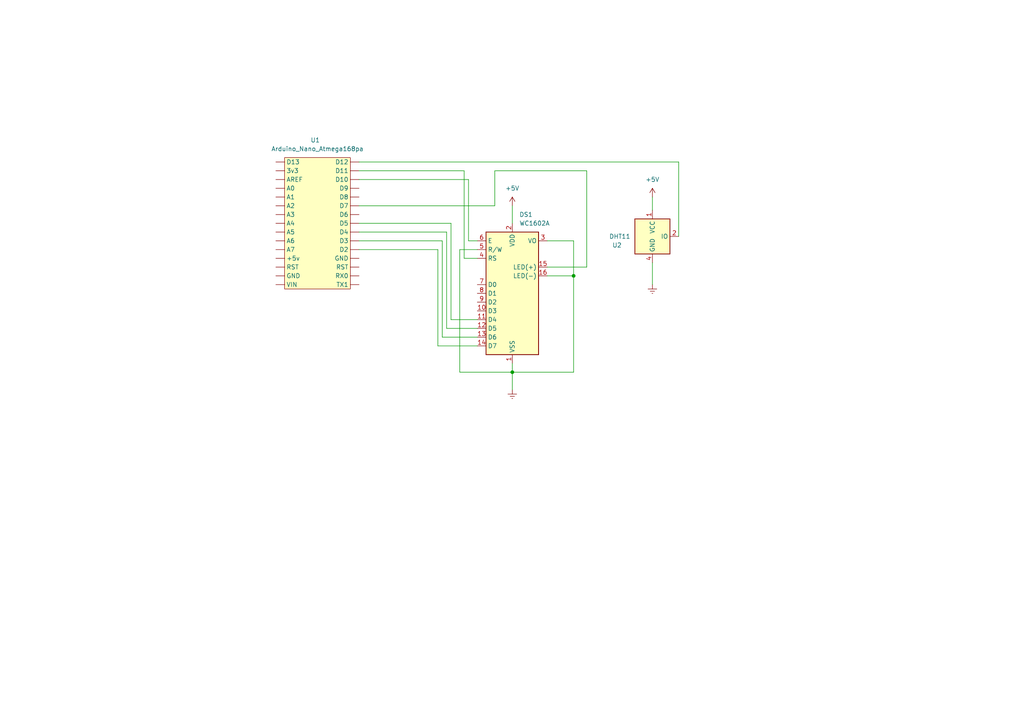
<source format=kicad_sch>
(kicad_sch (version 20211123) (generator eeschema)
  (paper "A4")
  (lib_symbols
    (symbol "Arduino_nano_clone:Arduino_Nano_Atmega168pa"
      (property "Value" "Arduino_Nano_Atmega168pa" (at 0 0 0))
      (symbol "Arduino_Nano_Atmega168pa_0_1"
        (rectangle (start -8.89 -2.54) (end 10.16 -40.64) (fill (type background)))
      )
      (symbol "Arduino_Nano_Atmega168pa_1_1"
        (pin passive line (at -11.43 -31.75 0) (length 2.54) (name "+5v") (number ""))
        (pin passive line (at -11.43 -6.35 0) (length 2.54) (name "3v3") (number ""))
        (pin passive line (at -11.43 -11.43 0) (length 2.54) (name "A0") (number ""))
        (pin passive line (at -11.43 -13.97 0) (length 2.54) (name "A1") (number ""))
        (pin passive line (at -11.43 -16.51 0) (length 2.54) (name "A2") (number ""))
        (pin passive line (at -11.43 -19.05 0) (length 2.54) (name "A3") (number ""))
        (pin passive line (at -11.43 -21.59 0) (length 2.54) (name "A4") (number ""))
        (pin passive line (at -11.43 -24.13 0) (length 2.54) (name "A5") (number ""))
        (pin passive line (at -11.43 -26.67 0) (length 2.54) (name "A6") (number ""))
        (pin passive line (at -11.43 -29.21 0) (length 2.54) (name "A7") (number ""))
        (pin passive line (at -11.43 -8.89 0) (length 2.54) (name "AREF") (number ""))
        (pin passive line (at 12.7 -8.89 180) (length 2.54) (name "D10") (number ""))
        (pin passive line (at 12.7 -6.35 180) (length 2.54) (name "D11") (number ""))
        (pin passive line (at 12.7 -3.81 180) (length 2.54) (name "D12") (number ""))
        (pin passive line (at -11.43 -3.81 0) (length 2.54) (name "D13") (number ""))
        (pin passive line (at 12.7 -29.21 180) (length 2.54) (name "D2") (number ""))
        (pin passive line (at 12.7 -26.67 180) (length 2.54) (name "D3") (number ""))
        (pin passive line (at 12.7 -24.13 180) (length 2.54) (name "D4") (number ""))
        (pin passive line (at 12.7 -21.59 180) (length 2.54) (name "D5") (number ""))
        (pin passive line (at 12.7 -19.05 180) (length 2.54) (name "D6") (number ""))
        (pin passive line (at 12.7 -16.51 180) (length 2.54) (name "D7") (number ""))
        (pin passive line (at 12.7 -13.97 180) (length 2.54) (name "D8") (number ""))
        (pin passive line (at 12.7 -11.43 180) (length 2.54) (name "D9") (number ""))
        (pin passive line (at -11.43 -36.83 0) (length 2.54) (name "GND") (number ""))
        (pin passive line (at 12.7 -31.75 180) (length 2.54) (name "GND") (number ""))
        (pin passive line (at -11.43 -34.29 0) (length 2.54) (name "RST") (number ""))
        (pin passive line (at 12.7 -34.29 180) (length 2.54) (name "RST") (number ""))
        (pin passive line (at 12.7 -36.83 180) (length 2.54) (name "RX0") (number ""))
        (pin passive line (at 12.7 -39.37 180) (length 2.54) (name "TX1") (number ""))
        (pin passive line (at -11.43 -39.37 0) (length 2.54) (name "VIN") (number ""))
      )
    )
    (symbol "Display_Character:WC1602A"
      (property "Reference" "DS" (at -5.842 19.05 0))
      (property "Value" "WC1602A" (at 5.334 19.05 0))
      (symbol "WC1602A_1_1"
        (rectangle (start -7.62 17.78) (end 7.62 -17.78) (stroke (width 0.254)) (fill (type background)))
        (pin power_in line (at 0 -20.32 90) (length 2.54) (name "VSS") (number "1"))
        (pin input line (at -10.16 -5.08 0) (length 2.54) (name "D3") (number "10"))
        (pin input line (at -10.16 -7.62 0) (length 2.54) (name "D4") (number "11"))
        (pin input line (at -10.16 -10.16 0) (length 2.54) (name "D5") (number "12"))
        (pin input line (at -10.16 -12.7 0) (length 2.54) (name "D6") (number "13"))
        (pin input line (at -10.16 -15.24 0) (length 2.54) (name "D7") (number "14"))
        (pin power_in line (at 10.16 7.62 180) (length 2.54) (name "LED(+)") (number "15"))
        (pin power_in line (at 10.16 5.08 180) (length 2.54) (name "LED(-)") (number "16"))
        (pin power_in line (at 0 20.32 270) (length 2.54) (name "VDD") (number "2"))
        (pin input line (at 10.16 15.24 180) (length 2.54) (name "VO") (number "3"))
        (pin input line (at -10.16 10.16 0) (length 2.54) (name "RS") (number "4"))
        (pin input line (at -10.16 12.7 0) (length 2.54) (name "R/W") (number "5"))
        (pin input line (at -10.16 15.24 0) (length 2.54) (name "E") (number "6"))
        (pin input line (at -10.16 2.54 0) (length 2.54) (name "D0") (number "7"))
        (pin input line (at -10.16 0 0) (length 2.54) (name "D1") (number "8"))
        (pin input line (at -10.16 -2.54 0) (length 2.54) (name "D2") (number "9"))
      )
    )
    (symbol "Sensor:DHT11"
      (property "Reference" "U" (at -3.81 6.35 0))
      (property "Value" "DHT11" (at 3.81 6.35 0))
      (symbol "DHT11_0_1"
        (rectangle (start -5.08 5.08) (end 5.08 -5.08) (stroke (width 0.254)) (fill (type background)))
      )
      (symbol "DHT11_1_1"
        (pin power_in line (at 0 7.62 270) (length 2.54) (name "VCC") (number "1"))
        (pin bidirectional line (at 7.62 0 180) (length 2.54) (name "IO") (number "2"))
        (pin no_connect line (at -5.08 0 0) (length 2.54) hide (name "NC") (number "3"))
        (pin power_in line (at 0 -7.62 90) (length 2.54) (name "GND") (number "4"))
      )
    )
    (symbol "power:+5V" (power) (pin_names (offset 0))
      (property "Value" "+5V" (at 0 3.556 0))
      (symbol "+5V_0_1"
        (polyline (pts (xy -0.762 1.27) (xy 0 2.54)))
        (polyline (pts (xy 0 0) (xy 0 2.54)))
        (polyline (pts (xy 0 2.54) (xy 0.762 1.27)))
      )
      (symbol "+5V_1_1"
        (pin power_in line (at 0 0 90) (length 0) hide (name "+5V") (number "1"))
      )
    )
    (symbol "power:Earth" (power) (pin_names (offset 0))
      (symbol "Earth_0_1"
        (polyline (pts (xy -0.635 -1.905) (xy 0.635 -1.905)))
        (polyline (pts (xy -0.127 -2.54) (xy 0.127 -2.54)))
        (polyline (pts (xy 0 -1.27) (xy 0 0)))
        (polyline (pts (xy 1.27 -1.27) (xy -1.27 -1.27)))
      )
      (symbol "Earth_1_1"
        (pin power_in line (at 0 0 270) (length 0) hide (name "Earth") (number "1"))
      )
    )
  )
  (junction (at 166.37 80.01))
  (junction (at 148.59 107.95))
  (wire (pts (xy 134.62 49.53) (xy 104.14 49.53)))
  (wire (pts (xy 148.59 107.95) (xy 148.59 113.03)))
  (wire (pts (xy 128.27 97.79) (xy 128.27 69.85)))
  (wire (pts (xy 166.37 69.85) (xy 166.37 80.01)))
  (wire (pts (xy 130.81 92.71) (xy 130.81 64.77)))
  (wire (pts (xy 104.14 52.07) (xy 135.89 52.07)))
  (wire (pts (xy 170.18 49.53) (xy 143.51 49.53)))
  (wire (pts (xy 128.27 69.85) (xy 104.14 69.85)))
  (wire (pts (xy 130.81 64.77) (xy 104.14 64.77)))
  (wire (pts (xy 133.35 72.39) (xy 133.35 107.95)))
  (wire (pts (xy 135.89 69.85) (xy 138.43 69.85)))
  (wire (pts (xy 138.43 95.25) (xy 129.54 95.25)))
  (wire (pts (xy 166.37 80.01) (xy 166.37 107.95)))
  (wire (pts (xy 148.59 105.41) (xy 148.59 107.95)))
  (wire (pts (xy 148.59 59.69) (xy 148.59 64.77)))
  (wire (pts (xy 143.51 49.53) (xy 143.51 59.69)))
  (wire (pts (xy 127 100.33) (xy 127 72.39)))
  (wire (pts (xy 166.37 107.95) (xy 148.59 107.95)))
  (wire (pts (xy 134.62 74.93) (xy 134.62 49.53)))
  (wire (pts (xy 170.18 77.47) (xy 170.18 49.53)))
  (wire (pts (xy 138.43 100.33) (xy 127 100.33)))
  (wire (pts (xy 158.75 77.47) (xy 170.18 77.47)))
  (wire (pts (xy 133.35 107.95) (xy 148.59 107.95)))
  (wire (pts (xy 138.43 74.93) (xy 134.62 74.93)))
  (wire (pts (xy 104.14 72.39) (xy 127 72.39)))
  (wire (pts (xy 158.75 69.85) (xy 166.37 69.85)))
  (wire (pts (xy 158.75 80.01) (xy 166.37 80.01)))
  (wire (pts (xy 104.14 46.99) (xy 196.85 46.99)))
  (wire (pts (xy 189.23 76.2) (xy 189.23 82.55)))
  (wire (pts (xy 104.14 59.69) (xy 143.51 59.69)))
  (wire (pts (xy 196.85 68.58) (xy 196.85 46.99)))
  (wire (pts (xy 138.43 72.39) (xy 133.35 72.39)))
  (wire (pts (xy 189.23 57.15) (xy 189.23 60.96)))
  (wire (pts (xy 138.43 92.71) (xy 130.81 92.71)))
  (wire (pts (xy 129.54 67.31) (xy 104.14 67.31)))
  (wire (pts (xy 138.43 97.79) (xy 128.27 97.79)))
  (wire (pts (xy 129.54 95.25) (xy 129.54 67.31)))
  (wire (pts (xy 135.89 52.07) (xy 135.89 69.85)))
  (symbol (lib_id "Display_Character:WC1602A") (at 148.59 85.09 0) (unit 1)
    (property "Reference" "DS1" (at 150.6094 62.23 0) (effects (justify left)))
    (property "Value" "WC1602A" (at 150.6094 64.77 0) (effects (justify left)))
    (property "Footprint" "Display:WC1602A" (effects hide))
    (property "Datasheet" "http://www.wincomlcd.com/pdf/WC1602A-SFYLYHTC06.pdf" (effects hide))
  )
  (symbol (lib_id "power:+5V") (at 148.59 59.69 0) (unit 1)
    (property "Reference" "#PWR0104" (effects hide))
    (property "Value" "+5V" (at 148.59 54.61 0))
  )
  (symbol (lib_id "power:Earth") (at 189.23 82.55 0) (unit 1)
    (property "Reference" "#PWR0102" (effects hide))
    (property "Value" "Earth" (effects hide))
  )
  (symbol (lib_id "power:+5V") (at 189.23 57.15 0) (unit 1)
    (property "Reference" "#PWR0103" (effects hide))
    (property "Value" "+5V" (at 189.23 52.07 0))
  )
  (symbol (lib_id "Sensor:DHT11") (at 189.23 68.58 0) (unit 1)
    (property "Reference" "U2" (at 180.34 71.12 0) (effects (justify right)))
    (property "Value" "DHT11" (at 182.88 68.5799 0) (effects (justify right)))
    (property "Footprint" "Sensor:Aosong_DHT11_5.5x12.0_P2.54mm" (effects hide))
    (property "Datasheet" "http://akizukidenshi.com/download/ds/aosong/DHT11.pdf" (effects hide))
  )
  (symbol (lib_id "power:Earth") (at 148.59 113.03 0) (unit 1)
    (property "Reference" "#PWR0101" (effects hide))
    (property "Value" "Earth" (effects hide))
  )
  (symbol (lib_id "Arduino_nano_clone:Arduino_Nano_Atmega168pa") (at 91.44 43.18 0) (unit 1)
    (property "Reference" "U1" (at 91.44 40.64 0))
    (property "Value" "Arduino_Nano_Atmega168pa" (at 92.075 43.18 0))
    (property "Footprint" "sch:Arduino_nano_clone" (effects hide))
  )
)
</source>
